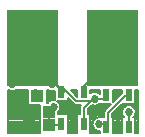
<source format=gtl>
G04 DipTrace Beta 2.3.5.2*
%INAmpWings.GTL*%
%MOIN*%
%ADD13C,0.006*%
%ADD14C,0.007*%
%ADD17R,0.0433X0.0394*%
%ADD20R,0.0236X0.0433*%
%ADD22C,0.027*%
%FSLAX44Y44*%
G04*
G70*
G90*
G75*
G01*
%LNTop*%
%LPD*%
X4138Y1423D2*
D13*
X4033D1*
X3440Y830D1*
Y410D1*
X3390Y360D1*
X3300Y450D1*
X3160D1*
X4138Y360D2*
X4140Y850D1*
X1630Y1020D2*
Y1001D1*
X1479Y850D1*
Y410D1*
X1485Y405D1*
X1825D1*
X1890Y470D1*
X2270Y280D2*
X2264Y286D1*
Y470D1*
X815Y405D2*
Y845D1*
X810Y850D1*
X421Y1380D2*
Y1239D1*
X810Y850D1*
X2638Y1533D2*
Y1728D1*
X3610Y2700D1*
Y3000D1*
X1890Y1533D2*
Y1580D1*
X1670Y1800D1*
Y2260D1*
X930Y3000D1*
X1890Y1533D2*
X1967D1*
X1720Y1780D1*
X1580D1*
X250Y1790D2*
X930Y2470D1*
Y3000D1*
X3000Y1300D2*
Y1220D1*
X2390D1*
X1910Y1700D1*
Y1513D1*
X1890Y1533D1*
X3000Y1300D2*
X2940D1*
X2638Y998D1*
Y470D1*
X3000Y1300D2*
X3267D1*
X3390Y1423D1*
X1090Y1380D2*
X1040Y1430D1*
Y1500D1*
D22*
X3160Y450D3*
X250Y1790D3*
X2270Y280D3*
X1580Y1780D3*
X1040Y1500D3*
X4140Y850D3*
X1630Y1020D3*
X3770Y700D3*
X3000Y1300D3*
X1950Y1120D3*
X1050Y980D3*
X122Y1566D2*
D14*
X180D1*
X321D2*
X769D1*
X1411D2*
X1481D1*
X2231D2*
X2415D1*
X2861D2*
X3168D1*
X3613D2*
X3915D1*
X4361D2*
X4438D1*
X122Y1497D2*
X769D1*
X1411D2*
X1667D1*
X2300D2*
X2415D1*
X3130D2*
X3168D1*
X3613D2*
X3915D1*
X4361D2*
X4438D1*
X122Y1429D2*
X769D1*
X1411D2*
X1667D1*
X2369D2*
X2415D1*
X3613D2*
X3851D1*
X4361D2*
X4438D1*
X122Y1360D2*
X769D1*
X1411D2*
X1667D1*
X3613D2*
X3782D1*
X4361D2*
X4438D1*
X122Y1291D2*
X769D1*
X1411D2*
X1667D1*
X3613D2*
X3714D1*
X4361D2*
X4438D1*
X122Y1223D2*
X769D1*
X1411D2*
X1509D1*
X2113D2*
X2200D1*
X3613D2*
X3646D1*
X4361D2*
X4438D1*
X122Y1154D2*
X769D1*
X1411D2*
X1432D1*
X1828D2*
X2269D1*
X4361D2*
X4438D1*
X122Y1085D2*
X1159D1*
X1861D2*
X2538D1*
X3096D2*
X3508D1*
X3883D2*
X4438D1*
X122Y1017D2*
X1159D1*
X1869D2*
X2505D1*
X2844D2*
X3439D1*
X3814D2*
X3971D1*
X4309D2*
X4438D1*
X122Y948D2*
X1159D1*
X1858D2*
X2504D1*
X2776D2*
X3370D1*
X3745D2*
X3922D1*
X4358D2*
X4438D1*
X122Y879D2*
X1159D1*
X1822D2*
X2504D1*
X2773D2*
X3315D1*
X3677D2*
X3902D1*
X4378D2*
X4438D1*
X122Y811D2*
X1159D1*
X1800D2*
X2504D1*
X2773D2*
X3306D1*
X3608D2*
X3904D1*
X4376D2*
X4438D1*
X122Y742D2*
X1159D1*
X2113D2*
X2415D1*
X2861D2*
X3306D1*
X3574D2*
X3927D1*
X4353D2*
X4438D1*
X122Y673D2*
X1159D1*
X2113D2*
X2415D1*
X2861D2*
X3088D1*
X3613D2*
X3915D1*
X4361D2*
X4438D1*
X122Y605D2*
X1159D1*
X2113D2*
X2415D1*
X2861D2*
X2979D1*
X3613D2*
X3915D1*
X4361D2*
X4438D1*
X122Y536D2*
X1163D1*
X2113D2*
X2415D1*
X2861D2*
X2937D1*
X3613D2*
X3915D1*
X4361D2*
X4438D1*
X122Y467D2*
X1163D1*
X2113D2*
X2415D1*
X2861D2*
X2921D1*
X3613D2*
X3915D1*
X4361D2*
X4438D1*
X122Y398D2*
X1163D1*
X2113D2*
X2415D1*
X2861D2*
X2926D1*
X3613D2*
X3915D1*
X4361D2*
X4438D1*
X122Y330D2*
X1163D1*
X2113D2*
X2415D1*
X2861D2*
X2953D1*
X3613D2*
X3915D1*
X4361D2*
X4438D1*
X122Y261D2*
X1163D1*
X2113D2*
X2415D1*
X2861D2*
X3017D1*
X3613D2*
X3915D1*
X4361D2*
X4438D1*
X122Y192D2*
X1163D1*
X2113D2*
X2415D1*
X2861D2*
X3168D1*
X3613D2*
X3915D1*
X4361D2*
X4438D1*
X1170Y166D2*
Y555D1*
X1165D1*
Y1086D1*
X776Y1085D1*
Y1585D1*
X360D1*
X334Y1573D1*
X300Y1563D1*
X266Y1558D1*
X231D1*
X196Y1564D1*
X163Y1574D1*
X140Y1585D1*
X115D1*
Y165D1*
X1170D1*
X1404Y1145D2*
X1433D1*
X1462Y1182D1*
X1489Y1205D1*
X1518Y1224D1*
X1550Y1238D1*
X1583Y1248D1*
X1618Y1252D1*
X1653D1*
X1673Y1248D1*
X1674Y1499D1*
Y1568D1*
X1630Y1553D1*
X1596Y1548D1*
X1561D1*
X1526Y1554D1*
X1493Y1564D1*
X1453Y1585D1*
X1403D1*
X1404Y1430D1*
Y1144D1*
X1794Y855D2*
Y785D1*
X2106Y784D1*
Y165D1*
X2422D1*
Y784D1*
X2510Y785D1*
Y998D1*
X2515Y1033D1*
X2529Y1065D1*
X2548Y1088D1*
X2552Y1092D1*
X2390D1*
X2355Y1097D1*
X2323Y1111D1*
X2300Y1130D1*
X2106Y1322D1*
Y1219D1*
X1752D1*
X1780Y1198D1*
X1805Y1174D1*
X1826Y1146D1*
X1843Y1115D1*
X1854Y1082D1*
X1861Y1048D1*
X1863Y1020D1*
X1860Y985D1*
X1852Y951D1*
X1840Y919D1*
X1822Y888D1*
X1793Y854D1*
X4370Y815D2*
X4362Y781D1*
X4350Y749D1*
X4332Y718D1*
X4310Y691D1*
X4292Y674D1*
X4354D1*
Y166D1*
X4445Y165D1*
Y1585D1*
X4354D1*
Y1109D1*
X3922D1*
Y1132D1*
X3567Y777D1*
X3568Y674D1*
X3606D1*
Y166D1*
X3860Y165D1*
X3922D1*
Y674D1*
X3987D1*
X3967Y694D1*
X3946Y721D1*
X3929Y752D1*
X3917Y785D1*
X3909Y819D1*
X3907Y854D1*
X3910Y888D1*
X3919Y922D1*
X3932Y955D1*
X3950Y985D1*
X3972Y1012D1*
X3999Y1035D1*
X4028Y1054D1*
X4060Y1068D1*
X4093Y1078D1*
X4128Y1082D1*
X4163D1*
X4197Y1076D1*
X4231Y1064D1*
X4262Y1049D1*
X4290Y1028D1*
X4315Y1004D1*
X4336Y976D1*
X4353Y945D1*
X4364Y912D1*
X4371Y878D1*
X4373Y850D1*
X4370Y815D1*
X3175Y1147D2*
X3144Y1117D1*
X3115Y1098D1*
X3084Y1083D1*
X3050Y1073D1*
X3016Y1068D1*
X2981D1*
X2946Y1074D1*
X2907Y1086D1*
X2765Y944D1*
X2766Y785D1*
X2854Y784D1*
Y165D1*
X3174D1*
Y217D1*
X3141Y218D1*
X3106Y224D1*
X3073Y234D1*
X3042Y250D1*
X3013Y270D1*
X2987Y294D1*
X2966Y321D1*
X2949Y352D1*
X2937Y385D1*
X2929Y419D1*
X2927Y454D1*
X2930Y488D1*
X2939Y522D1*
X2952Y555D1*
X2970Y585D1*
X2992Y612D1*
X3019Y635D1*
X3048Y654D1*
X3080Y668D1*
X3113Y678D1*
X3148Y682D1*
X3183D1*
X3223Y674D1*
X3313D1*
X3312Y830D1*
X3317Y865D1*
X3331Y897D1*
X3350Y920D1*
X3536Y1109D1*
X3174D1*
Y1145D1*
X2854Y1481D2*
X2888Y1504D1*
X2920Y1518D1*
X2953Y1528D1*
X2988Y1532D1*
X3023D1*
X3057Y1526D1*
X3091Y1514D1*
X3122Y1499D1*
X3150Y1478D1*
X3174Y1454D1*
Y1584D1*
X2854Y1585D1*
Y1481D1*
X2422Y1369D2*
Y1585D1*
X2206D1*
X2422Y1369D1*
X3922Y1493D2*
Y1584D1*
X3606Y1585D1*
Y1176D1*
X3923Y1493D1*
D17*
X1485Y405D3*
X815D3*
X810Y850D3*
X1479D3*
X1090Y1380D3*
X421D3*
D20*
X1890Y470D3*
X2264D3*
X2638D3*
Y1533D3*
X1890D3*
G36*
X80Y1730D2*
X1780D1*
Y4270D1*
X80D1*
Y1730D1*
G37*
G36*
X2760D2*
X4460D1*
Y4270D1*
X2760D1*
Y1730D1*
G37*
D20*
X3390Y360D3*
X3764D3*
X4138D3*
Y1423D3*
X3390D3*
M02*

</source>
